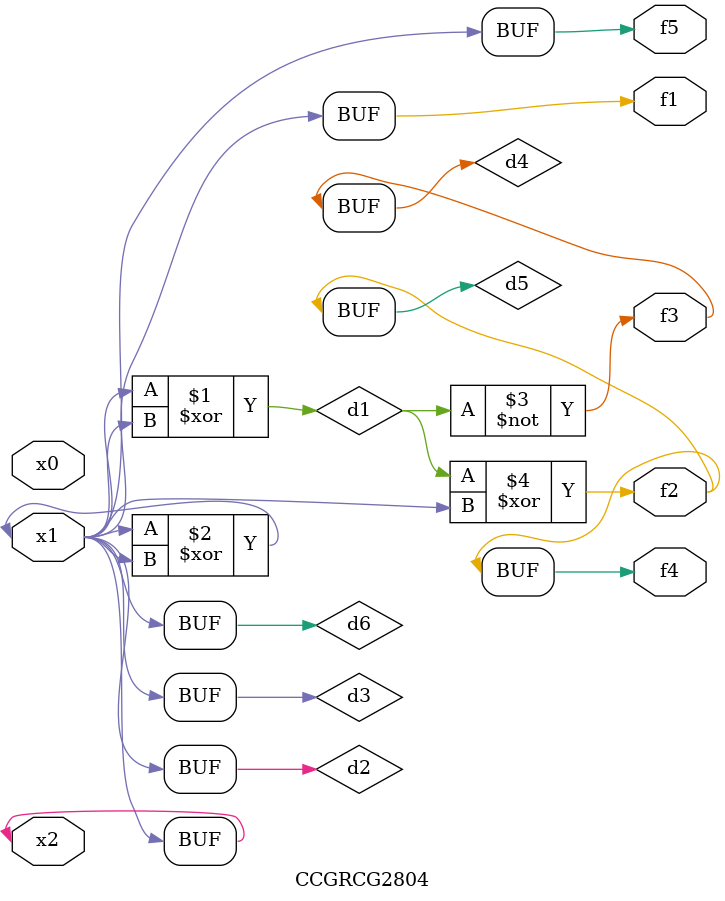
<source format=v>
module CCGRCG2804(
	input x0, x1, x2,
	output f1, f2, f3, f4, f5
);

	wire d1, d2, d3, d4, d5, d6;

	xor (d1, x1, x2);
	buf (d2, x1, x2);
	xor (d3, x1, x2);
	nor (d4, d1);
	xor (d5, d1, d2);
	buf (d6, d2, d3);
	assign f1 = d6;
	assign f2 = d5;
	assign f3 = d4;
	assign f4 = d5;
	assign f5 = d6;
endmodule

</source>
